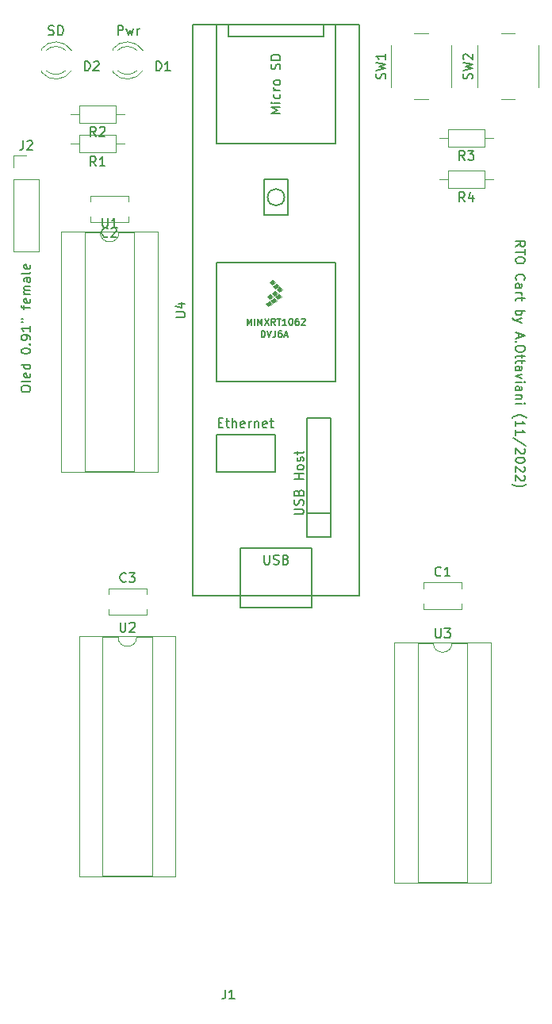
<source format=gto>
G04 #@! TF.GenerationSoftware,KiCad,Pcbnew,(6.0.6)*
G04 #@! TF.CreationDate,2023-01-06T14:08:34+01:00*
G04 #@! TF.ProjectId,RTO_cart,52544f5f-6361-4727-942e-6b696361645f,rev?*
G04 #@! TF.SameCoordinates,Original*
G04 #@! TF.FileFunction,Legend,Top*
G04 #@! TF.FilePolarity,Positive*
%FSLAX46Y46*%
G04 Gerber Fmt 4.6, Leading zero omitted, Abs format (unit mm)*
G04 Created by KiCad (PCBNEW (6.0.6)) date 2023-01-06 14:08:34*
%MOMM*%
%LPD*%
G01*
G04 APERTURE LIST*
%ADD10C,0.150000*%
%ADD11C,0.120000*%
%ADD12C,0.100000*%
%ADD13C,1.400000*%
%ADD14O,1.400000X1.400000*%
%ADD15R,1.600000X1.600000*%
%ADD16C,1.600000*%
%ADD17R,1.300000X1.300000*%
%ADD18C,1.300000*%
%ADD19R,1.800000X1.800000*%
%ADD20C,1.800000*%
%ADD21C,2.000000*%
%ADD22R,1.700000X1.700000*%
%ADD23O,1.700000X1.700000*%
%ADD24O,1.600000X1.600000*%
%ADD25R,1.270000X8.840000*%
G04 APERTURE END LIST*
D10*
X93829285Y-79779761D02*
X93972142Y-79827380D01*
X94210238Y-79827380D01*
X94305476Y-79779761D01*
X94353095Y-79732142D01*
X94400714Y-79636904D01*
X94400714Y-79541666D01*
X94353095Y-79446428D01*
X94305476Y-79398809D01*
X94210238Y-79351190D01*
X94019761Y-79303571D01*
X93924523Y-79255952D01*
X93876904Y-79208333D01*
X93829285Y-79113095D01*
X93829285Y-79017857D01*
X93876904Y-78922619D01*
X93924523Y-78875000D01*
X94019761Y-78827380D01*
X94257857Y-78827380D01*
X94400714Y-78875000D01*
X94829285Y-79827380D02*
X94829285Y-78827380D01*
X95067380Y-78827380D01*
X95210238Y-78875000D01*
X95305476Y-78970238D01*
X95353095Y-79065476D01*
X95400714Y-79255952D01*
X95400714Y-79398809D01*
X95353095Y-79589285D01*
X95305476Y-79684523D01*
X95210238Y-79779761D01*
X95067380Y-79827380D01*
X94829285Y-79827380D01*
X143692619Y-102411190D02*
X144168809Y-102077857D01*
X143692619Y-101839761D02*
X144692619Y-101839761D01*
X144692619Y-102220714D01*
X144645000Y-102315952D01*
X144597380Y-102363571D01*
X144502142Y-102411190D01*
X144359285Y-102411190D01*
X144264047Y-102363571D01*
X144216428Y-102315952D01*
X144168809Y-102220714D01*
X144168809Y-101839761D01*
X144692619Y-102696904D02*
X144692619Y-103268333D01*
X143692619Y-102982619D02*
X144692619Y-102982619D01*
X144692619Y-103792142D02*
X144692619Y-103982619D01*
X144645000Y-104077857D01*
X144549761Y-104173095D01*
X144359285Y-104220714D01*
X144025952Y-104220714D01*
X143835476Y-104173095D01*
X143740238Y-104077857D01*
X143692619Y-103982619D01*
X143692619Y-103792142D01*
X143740238Y-103696904D01*
X143835476Y-103601666D01*
X144025952Y-103554047D01*
X144359285Y-103554047D01*
X144549761Y-103601666D01*
X144645000Y-103696904D01*
X144692619Y-103792142D01*
X143787857Y-105982619D02*
X143740238Y-105935000D01*
X143692619Y-105792142D01*
X143692619Y-105696904D01*
X143740238Y-105554047D01*
X143835476Y-105458809D01*
X143930714Y-105411190D01*
X144121190Y-105363571D01*
X144264047Y-105363571D01*
X144454523Y-105411190D01*
X144549761Y-105458809D01*
X144645000Y-105554047D01*
X144692619Y-105696904D01*
X144692619Y-105792142D01*
X144645000Y-105935000D01*
X144597380Y-105982619D01*
X143692619Y-106839761D02*
X144216428Y-106839761D01*
X144311666Y-106792142D01*
X144359285Y-106696904D01*
X144359285Y-106506428D01*
X144311666Y-106411190D01*
X143740238Y-106839761D02*
X143692619Y-106744523D01*
X143692619Y-106506428D01*
X143740238Y-106411190D01*
X143835476Y-106363571D01*
X143930714Y-106363571D01*
X144025952Y-106411190D01*
X144073571Y-106506428D01*
X144073571Y-106744523D01*
X144121190Y-106839761D01*
X143692619Y-107315952D02*
X144359285Y-107315952D01*
X144168809Y-107315952D02*
X144264047Y-107363571D01*
X144311666Y-107411190D01*
X144359285Y-107506428D01*
X144359285Y-107601666D01*
X144359285Y-107792142D02*
X144359285Y-108173095D01*
X144692619Y-107935000D02*
X143835476Y-107935000D01*
X143740238Y-107982619D01*
X143692619Y-108077857D01*
X143692619Y-108173095D01*
X143692619Y-109268333D02*
X144692619Y-109268333D01*
X144311666Y-109268333D02*
X144359285Y-109363571D01*
X144359285Y-109554047D01*
X144311666Y-109649285D01*
X144264047Y-109696904D01*
X144168809Y-109744523D01*
X143883095Y-109744523D01*
X143787857Y-109696904D01*
X143740238Y-109649285D01*
X143692619Y-109554047D01*
X143692619Y-109363571D01*
X143740238Y-109268333D01*
X144359285Y-110077857D02*
X143692619Y-110315952D01*
X144359285Y-110554047D02*
X143692619Y-110315952D01*
X143454523Y-110220714D01*
X143406904Y-110173095D01*
X143359285Y-110077857D01*
X143978333Y-111649285D02*
X143978333Y-112125476D01*
X143692619Y-111554047D02*
X144692619Y-111887380D01*
X143692619Y-112220714D01*
X143787857Y-112554047D02*
X143740238Y-112601666D01*
X143692619Y-112554047D01*
X143740238Y-112506428D01*
X143787857Y-112554047D01*
X143692619Y-112554047D01*
X144692619Y-113220714D02*
X144692619Y-113411190D01*
X144645000Y-113506428D01*
X144549761Y-113601666D01*
X144359285Y-113649285D01*
X144025952Y-113649285D01*
X143835476Y-113601666D01*
X143740238Y-113506428D01*
X143692619Y-113411190D01*
X143692619Y-113220714D01*
X143740238Y-113125476D01*
X143835476Y-113030238D01*
X144025952Y-112982619D01*
X144359285Y-112982619D01*
X144549761Y-113030238D01*
X144645000Y-113125476D01*
X144692619Y-113220714D01*
X144359285Y-113935000D02*
X144359285Y-114315952D01*
X144692619Y-114077857D02*
X143835476Y-114077857D01*
X143740238Y-114125476D01*
X143692619Y-114220714D01*
X143692619Y-114315952D01*
X144359285Y-114506428D02*
X144359285Y-114887380D01*
X144692619Y-114649285D02*
X143835476Y-114649285D01*
X143740238Y-114696904D01*
X143692619Y-114792142D01*
X143692619Y-114887380D01*
X143692619Y-115649285D02*
X144216428Y-115649285D01*
X144311666Y-115601666D01*
X144359285Y-115506428D01*
X144359285Y-115315952D01*
X144311666Y-115220714D01*
X143740238Y-115649285D02*
X143692619Y-115554047D01*
X143692619Y-115315952D01*
X143740238Y-115220714D01*
X143835476Y-115173095D01*
X143930714Y-115173095D01*
X144025952Y-115220714D01*
X144073571Y-115315952D01*
X144073571Y-115554047D01*
X144121190Y-115649285D01*
X144359285Y-116030238D02*
X143692619Y-116268333D01*
X144359285Y-116506428D01*
X143692619Y-116887380D02*
X144359285Y-116887380D01*
X144692619Y-116887380D02*
X144645000Y-116839761D01*
X144597380Y-116887380D01*
X144645000Y-116935000D01*
X144692619Y-116887380D01*
X144597380Y-116887380D01*
X143692619Y-117792142D02*
X144216428Y-117792142D01*
X144311666Y-117744523D01*
X144359285Y-117649285D01*
X144359285Y-117458809D01*
X144311666Y-117363571D01*
X143740238Y-117792142D02*
X143692619Y-117696904D01*
X143692619Y-117458809D01*
X143740238Y-117363571D01*
X143835476Y-117315952D01*
X143930714Y-117315952D01*
X144025952Y-117363571D01*
X144073571Y-117458809D01*
X144073571Y-117696904D01*
X144121190Y-117792142D01*
X144359285Y-118268333D02*
X143692619Y-118268333D01*
X144264047Y-118268333D02*
X144311666Y-118315952D01*
X144359285Y-118411190D01*
X144359285Y-118554047D01*
X144311666Y-118649285D01*
X144216428Y-118696904D01*
X143692619Y-118696904D01*
X143692619Y-119173095D02*
X144359285Y-119173095D01*
X144692619Y-119173095D02*
X144645000Y-119125476D01*
X144597380Y-119173095D01*
X144645000Y-119220714D01*
X144692619Y-119173095D01*
X144597380Y-119173095D01*
X143311666Y-120696904D02*
X143359285Y-120649285D01*
X143502142Y-120554047D01*
X143597380Y-120506428D01*
X143740238Y-120458809D01*
X143978333Y-120411190D01*
X144168809Y-120411190D01*
X144406904Y-120458809D01*
X144549761Y-120506428D01*
X144645000Y-120554047D01*
X144787857Y-120649285D01*
X144835476Y-120696904D01*
X143692619Y-121601666D02*
X143692619Y-121030238D01*
X143692619Y-121315952D02*
X144692619Y-121315952D01*
X144549761Y-121220714D01*
X144454523Y-121125476D01*
X144406904Y-121030238D01*
X143692619Y-122554047D02*
X143692619Y-121982619D01*
X143692619Y-122268333D02*
X144692619Y-122268333D01*
X144549761Y-122173095D01*
X144454523Y-122077857D01*
X144406904Y-121982619D01*
X144740238Y-123696904D02*
X143454523Y-122839761D01*
X144597380Y-123982619D02*
X144645000Y-124030238D01*
X144692619Y-124125476D01*
X144692619Y-124363571D01*
X144645000Y-124458809D01*
X144597380Y-124506428D01*
X144502142Y-124554047D01*
X144406904Y-124554047D01*
X144264047Y-124506428D01*
X143692619Y-123935000D01*
X143692619Y-124554047D01*
X144692619Y-125173095D02*
X144692619Y-125268333D01*
X144645000Y-125363571D01*
X144597380Y-125411190D01*
X144502142Y-125458809D01*
X144311666Y-125506428D01*
X144073571Y-125506428D01*
X143883095Y-125458809D01*
X143787857Y-125411190D01*
X143740238Y-125363571D01*
X143692619Y-125268333D01*
X143692619Y-125173095D01*
X143740238Y-125077857D01*
X143787857Y-125030238D01*
X143883095Y-124982619D01*
X144073571Y-124935000D01*
X144311666Y-124935000D01*
X144502142Y-124982619D01*
X144597380Y-125030238D01*
X144645000Y-125077857D01*
X144692619Y-125173095D01*
X144597380Y-125887380D02*
X144645000Y-125935000D01*
X144692619Y-126030238D01*
X144692619Y-126268333D01*
X144645000Y-126363571D01*
X144597380Y-126411190D01*
X144502142Y-126458809D01*
X144406904Y-126458809D01*
X144264047Y-126411190D01*
X143692619Y-125839761D01*
X143692619Y-126458809D01*
X144597380Y-126839761D02*
X144645000Y-126887380D01*
X144692619Y-126982619D01*
X144692619Y-127220714D01*
X144645000Y-127315952D01*
X144597380Y-127363571D01*
X144502142Y-127411190D01*
X144406904Y-127411190D01*
X144264047Y-127363571D01*
X143692619Y-126792142D01*
X143692619Y-127411190D01*
X143311666Y-127744523D02*
X143359285Y-127792142D01*
X143502142Y-127887380D01*
X143597380Y-127935000D01*
X143740238Y-127982619D01*
X143978333Y-128030238D01*
X144168809Y-128030238D01*
X144406904Y-127982619D01*
X144549761Y-127935000D01*
X144645000Y-127887380D01*
X144787857Y-127792142D01*
X144835476Y-127744523D01*
X101231248Y-79827380D02*
X101231248Y-78827380D01*
X101612201Y-78827380D01*
X101707439Y-78875000D01*
X101755058Y-78922619D01*
X101802677Y-79017857D01*
X101802677Y-79160714D01*
X101755058Y-79255952D01*
X101707439Y-79303571D01*
X101612201Y-79351190D01*
X101231248Y-79351190D01*
X102136010Y-79160714D02*
X102326487Y-79827380D01*
X102516963Y-79351190D01*
X102707439Y-79827380D01*
X102897915Y-79160714D01*
X103278867Y-79827380D02*
X103278867Y-79160714D01*
X103278867Y-79351190D02*
X103326487Y-79255952D01*
X103374106Y-79208333D01*
X103469344Y-79160714D01*
X103564582Y-79160714D01*
X98893333Y-93812380D02*
X98560000Y-93336190D01*
X98321904Y-93812380D02*
X98321904Y-92812380D01*
X98702857Y-92812380D01*
X98798095Y-92860000D01*
X98845714Y-92907619D01*
X98893333Y-93002857D01*
X98893333Y-93145714D01*
X98845714Y-93240952D01*
X98798095Y-93288571D01*
X98702857Y-93336190D01*
X98321904Y-93336190D01*
X99845714Y-93812380D02*
X99274285Y-93812380D01*
X99560000Y-93812380D02*
X99560000Y-92812380D01*
X99464761Y-92955238D01*
X99369523Y-93050476D01*
X99274285Y-93098095D01*
X107402380Y-109981904D02*
X108211904Y-109981904D01*
X108307142Y-109934285D01*
X108354761Y-109886666D01*
X108402380Y-109791428D01*
X108402380Y-109600952D01*
X108354761Y-109505714D01*
X108307142Y-109458095D01*
X108211904Y-109410476D01*
X107402380Y-109410476D01*
X107735714Y-108505714D02*
X108402380Y-108505714D01*
X107354761Y-108743809D02*
X108069047Y-108981904D01*
X108069047Y-108362857D01*
X115026666Y-110806666D02*
X115026666Y-110106666D01*
X115260000Y-110606666D01*
X115493333Y-110106666D01*
X115493333Y-110806666D01*
X115826666Y-110806666D02*
X115826666Y-110106666D01*
X116160000Y-110806666D02*
X116160000Y-110106666D01*
X116393333Y-110606666D01*
X116626666Y-110106666D01*
X116626666Y-110806666D01*
X116893333Y-110106666D02*
X117360000Y-110806666D01*
X117360000Y-110106666D02*
X116893333Y-110806666D01*
X118026666Y-110806666D02*
X117793333Y-110473333D01*
X117626666Y-110806666D02*
X117626666Y-110106666D01*
X117893333Y-110106666D01*
X117960000Y-110140000D01*
X117993333Y-110173333D01*
X118026666Y-110240000D01*
X118026666Y-110340000D01*
X117993333Y-110406666D01*
X117960000Y-110440000D01*
X117893333Y-110473333D01*
X117626666Y-110473333D01*
X118226666Y-110106666D02*
X118626666Y-110106666D01*
X118426666Y-110806666D02*
X118426666Y-110106666D01*
X119226666Y-110806666D02*
X118826666Y-110806666D01*
X119026666Y-110806666D02*
X119026666Y-110106666D01*
X118960000Y-110206666D01*
X118893333Y-110273333D01*
X118826666Y-110306666D01*
X119660000Y-110106666D02*
X119726666Y-110106666D01*
X119793333Y-110140000D01*
X119826666Y-110173333D01*
X119860000Y-110240000D01*
X119893333Y-110373333D01*
X119893333Y-110540000D01*
X119860000Y-110673333D01*
X119826666Y-110740000D01*
X119793333Y-110773333D01*
X119726666Y-110806666D01*
X119660000Y-110806666D01*
X119593333Y-110773333D01*
X119560000Y-110740000D01*
X119526666Y-110673333D01*
X119493333Y-110540000D01*
X119493333Y-110373333D01*
X119526666Y-110240000D01*
X119560000Y-110173333D01*
X119593333Y-110140000D01*
X119660000Y-110106666D01*
X120493333Y-110106666D02*
X120360000Y-110106666D01*
X120293333Y-110140000D01*
X120260000Y-110173333D01*
X120193333Y-110273333D01*
X120160000Y-110406666D01*
X120160000Y-110673333D01*
X120193333Y-110740000D01*
X120226666Y-110773333D01*
X120293333Y-110806666D01*
X120426666Y-110806666D01*
X120493333Y-110773333D01*
X120526666Y-110740000D01*
X120560000Y-110673333D01*
X120560000Y-110506666D01*
X120526666Y-110440000D01*
X120493333Y-110406666D01*
X120426666Y-110373333D01*
X120293333Y-110373333D01*
X120226666Y-110406666D01*
X120193333Y-110440000D01*
X120160000Y-110506666D01*
X120826666Y-110173333D02*
X120860000Y-110140000D01*
X120926666Y-110106666D01*
X121093333Y-110106666D01*
X121160000Y-110140000D01*
X121193333Y-110173333D01*
X121226666Y-110240000D01*
X121226666Y-110306666D01*
X121193333Y-110406666D01*
X120793333Y-110806666D01*
X121226666Y-110806666D01*
X118562380Y-88209047D02*
X117562380Y-88209047D01*
X118276666Y-87875714D01*
X117562380Y-87542380D01*
X118562380Y-87542380D01*
X118562380Y-87066190D02*
X117895714Y-87066190D01*
X117562380Y-87066190D02*
X117610000Y-87113809D01*
X117657619Y-87066190D01*
X117610000Y-87018571D01*
X117562380Y-87066190D01*
X117657619Y-87066190D01*
X118514761Y-86161428D02*
X118562380Y-86256666D01*
X118562380Y-86447142D01*
X118514761Y-86542380D01*
X118467142Y-86590000D01*
X118371904Y-86637619D01*
X118086190Y-86637619D01*
X117990952Y-86590000D01*
X117943333Y-86542380D01*
X117895714Y-86447142D01*
X117895714Y-86256666D01*
X117943333Y-86161428D01*
X118562380Y-85732857D02*
X117895714Y-85732857D01*
X118086190Y-85732857D02*
X117990952Y-85685238D01*
X117943333Y-85637619D01*
X117895714Y-85542380D01*
X117895714Y-85447142D01*
X118562380Y-84970952D02*
X118514761Y-85066190D01*
X118467142Y-85113809D01*
X118371904Y-85161428D01*
X118086190Y-85161428D01*
X117990952Y-85113809D01*
X117943333Y-85066190D01*
X117895714Y-84970952D01*
X117895714Y-84828095D01*
X117943333Y-84732857D01*
X117990952Y-84685238D01*
X118086190Y-84637619D01*
X118371904Y-84637619D01*
X118467142Y-84685238D01*
X118514761Y-84732857D01*
X118562380Y-84828095D01*
X118562380Y-84970952D01*
X118514761Y-83494761D02*
X118562380Y-83351904D01*
X118562380Y-83113809D01*
X118514761Y-83018571D01*
X118467142Y-82970952D01*
X118371904Y-82923333D01*
X118276666Y-82923333D01*
X118181428Y-82970952D01*
X118133809Y-83018571D01*
X118086190Y-83113809D01*
X118038571Y-83304285D01*
X117990952Y-83399523D01*
X117943333Y-83447142D01*
X117848095Y-83494761D01*
X117752857Y-83494761D01*
X117657619Y-83447142D01*
X117610000Y-83399523D01*
X117562380Y-83304285D01*
X117562380Y-83066190D01*
X117610000Y-82923333D01*
X118562380Y-82494761D02*
X117562380Y-82494761D01*
X117562380Y-82256666D01*
X117610000Y-82113809D01*
X117705238Y-82018571D01*
X117800476Y-81970952D01*
X117990952Y-81923333D01*
X118133809Y-81923333D01*
X118324285Y-81970952D01*
X118419523Y-82018571D01*
X118514761Y-82113809D01*
X118562380Y-82256666D01*
X118562380Y-82494761D01*
X116848095Y-135342380D02*
X116848095Y-136151904D01*
X116895714Y-136247142D01*
X116943333Y-136294761D01*
X117038571Y-136342380D01*
X117229047Y-136342380D01*
X117324285Y-136294761D01*
X117371904Y-136247142D01*
X117419523Y-136151904D01*
X117419523Y-135342380D01*
X117848095Y-136294761D02*
X117990952Y-136342380D01*
X118229047Y-136342380D01*
X118324285Y-136294761D01*
X118371904Y-136247142D01*
X118419523Y-136151904D01*
X118419523Y-136056666D01*
X118371904Y-135961428D01*
X118324285Y-135913809D01*
X118229047Y-135866190D01*
X118038571Y-135818571D01*
X117943333Y-135770952D01*
X117895714Y-135723333D01*
X117848095Y-135628095D01*
X117848095Y-135532857D01*
X117895714Y-135437619D01*
X117943333Y-135390000D01*
X118038571Y-135342380D01*
X118276666Y-135342380D01*
X118419523Y-135390000D01*
X119181428Y-135818571D02*
X119324285Y-135866190D01*
X119371904Y-135913809D01*
X119419523Y-136009047D01*
X119419523Y-136151904D01*
X119371904Y-136247142D01*
X119324285Y-136294761D01*
X119229047Y-136342380D01*
X118848095Y-136342380D01*
X118848095Y-135342380D01*
X119181428Y-135342380D01*
X119276666Y-135390000D01*
X119324285Y-135437619D01*
X119371904Y-135532857D01*
X119371904Y-135628095D01*
X119324285Y-135723333D01*
X119276666Y-135770952D01*
X119181428Y-135818571D01*
X118848095Y-135818571D01*
X111976257Y-121213571D02*
X112309590Y-121213571D01*
X112452447Y-121737380D02*
X111976257Y-121737380D01*
X111976257Y-120737380D01*
X112452447Y-120737380D01*
X112738161Y-121070714D02*
X113119114Y-121070714D01*
X112881019Y-120737380D02*
X112881019Y-121594523D01*
X112928638Y-121689761D01*
X113023876Y-121737380D01*
X113119114Y-121737380D01*
X113452447Y-121737380D02*
X113452447Y-120737380D01*
X113881019Y-121737380D02*
X113881019Y-121213571D01*
X113833400Y-121118333D01*
X113738161Y-121070714D01*
X113595304Y-121070714D01*
X113500066Y-121118333D01*
X113452447Y-121165952D01*
X114738161Y-121689761D02*
X114642923Y-121737380D01*
X114452447Y-121737380D01*
X114357209Y-121689761D01*
X114309590Y-121594523D01*
X114309590Y-121213571D01*
X114357209Y-121118333D01*
X114452447Y-121070714D01*
X114642923Y-121070714D01*
X114738161Y-121118333D01*
X114785780Y-121213571D01*
X114785780Y-121308809D01*
X114309590Y-121404047D01*
X115214352Y-121737380D02*
X115214352Y-121070714D01*
X115214352Y-121261190D02*
X115261971Y-121165952D01*
X115309590Y-121118333D01*
X115404828Y-121070714D01*
X115500066Y-121070714D01*
X115833400Y-121070714D02*
X115833400Y-121737380D01*
X115833400Y-121165952D02*
X115881019Y-121118333D01*
X115976257Y-121070714D01*
X116119114Y-121070714D01*
X116214352Y-121118333D01*
X116261971Y-121213571D01*
X116261971Y-121737380D01*
X117119114Y-121689761D02*
X117023876Y-121737380D01*
X116833400Y-121737380D01*
X116738161Y-121689761D01*
X116690542Y-121594523D01*
X116690542Y-121213571D01*
X116738161Y-121118333D01*
X116833400Y-121070714D01*
X117023876Y-121070714D01*
X117119114Y-121118333D01*
X117166733Y-121213571D01*
X117166733Y-121308809D01*
X116690542Y-121404047D01*
X117452447Y-121070714D02*
X117833400Y-121070714D01*
X117595304Y-120737380D02*
X117595304Y-121594523D01*
X117642923Y-121689761D01*
X117738161Y-121737380D01*
X117833400Y-121737380D01*
X120051580Y-130995323D02*
X120861104Y-130995323D01*
X120956342Y-130947704D01*
X121003961Y-130900085D01*
X121051580Y-130804847D01*
X121051580Y-130614371D01*
X121003961Y-130519133D01*
X120956342Y-130471514D01*
X120861104Y-130423895D01*
X120051580Y-130423895D01*
X121003961Y-129995323D02*
X121051580Y-129852466D01*
X121051580Y-129614371D01*
X121003961Y-129519133D01*
X120956342Y-129471514D01*
X120861104Y-129423895D01*
X120765866Y-129423895D01*
X120670628Y-129471514D01*
X120623009Y-129519133D01*
X120575390Y-129614371D01*
X120527771Y-129804847D01*
X120480152Y-129900085D01*
X120432533Y-129947704D01*
X120337295Y-129995323D01*
X120242057Y-129995323D01*
X120146819Y-129947704D01*
X120099200Y-129900085D01*
X120051580Y-129804847D01*
X120051580Y-129566752D01*
X120099200Y-129423895D01*
X120527771Y-128661990D02*
X120575390Y-128519133D01*
X120623009Y-128471514D01*
X120718247Y-128423895D01*
X120861104Y-128423895D01*
X120956342Y-128471514D01*
X121003961Y-128519133D01*
X121051580Y-128614371D01*
X121051580Y-128995323D01*
X120051580Y-128995323D01*
X120051580Y-128661990D01*
X120099200Y-128566752D01*
X120146819Y-128519133D01*
X120242057Y-128471514D01*
X120337295Y-128471514D01*
X120432533Y-128519133D01*
X120480152Y-128566752D01*
X120527771Y-128661990D01*
X120527771Y-128995323D01*
X121051580Y-127233419D02*
X120051580Y-127233419D01*
X120527771Y-127233419D02*
X120527771Y-126661990D01*
X121051580Y-126661990D02*
X120051580Y-126661990D01*
X121051580Y-126042942D02*
X121003961Y-126138180D01*
X120956342Y-126185800D01*
X120861104Y-126233419D01*
X120575390Y-126233419D01*
X120480152Y-126185800D01*
X120432533Y-126138180D01*
X120384914Y-126042942D01*
X120384914Y-125900085D01*
X120432533Y-125804847D01*
X120480152Y-125757228D01*
X120575390Y-125709609D01*
X120861104Y-125709609D01*
X120956342Y-125757228D01*
X121003961Y-125804847D01*
X121051580Y-125900085D01*
X121051580Y-126042942D01*
X121003961Y-125328657D02*
X121051580Y-125233419D01*
X121051580Y-125042942D01*
X121003961Y-124947704D01*
X120908723Y-124900085D01*
X120861104Y-124900085D01*
X120765866Y-124947704D01*
X120718247Y-125042942D01*
X120718247Y-125185800D01*
X120670628Y-125281038D01*
X120575390Y-125328657D01*
X120527771Y-125328657D01*
X120432533Y-125281038D01*
X120384914Y-125185800D01*
X120384914Y-125042942D01*
X120432533Y-124947704D01*
X120384914Y-124614371D02*
X120384914Y-124233419D01*
X120051580Y-124471514D02*
X120908723Y-124471514D01*
X121003961Y-124423895D01*
X121051580Y-124328657D01*
X121051580Y-124233419D01*
X116546666Y-112076666D02*
X116546666Y-111376666D01*
X116713333Y-111376666D01*
X116813333Y-111410000D01*
X116880000Y-111476666D01*
X116913333Y-111543333D01*
X116946666Y-111676666D01*
X116946666Y-111776666D01*
X116913333Y-111910000D01*
X116880000Y-111976666D01*
X116813333Y-112043333D01*
X116713333Y-112076666D01*
X116546666Y-112076666D01*
X117146666Y-111376666D02*
X117380000Y-112076666D01*
X117613333Y-111376666D01*
X118046666Y-111376666D02*
X118046666Y-111876666D01*
X118013333Y-111976666D01*
X117946666Y-112043333D01*
X117846666Y-112076666D01*
X117780000Y-112076666D01*
X118680000Y-111376666D02*
X118546666Y-111376666D01*
X118480000Y-111410000D01*
X118446666Y-111443333D01*
X118380000Y-111543333D01*
X118346666Y-111676666D01*
X118346666Y-111943333D01*
X118380000Y-112010000D01*
X118413333Y-112043333D01*
X118480000Y-112076666D01*
X118613333Y-112076666D01*
X118680000Y-112043333D01*
X118713333Y-112010000D01*
X118746666Y-111943333D01*
X118746666Y-111776666D01*
X118713333Y-111710000D01*
X118680000Y-111676666D01*
X118613333Y-111643333D01*
X118480000Y-111643333D01*
X118413333Y-111676666D01*
X118380000Y-111710000D01*
X118346666Y-111776666D01*
X119013333Y-111876666D02*
X119346666Y-111876666D01*
X118946666Y-112076666D02*
X119180000Y-111376666D01*
X119413333Y-112076666D01*
X97686904Y-83637380D02*
X97686904Y-82637380D01*
X97925000Y-82637380D01*
X98067857Y-82685000D01*
X98163095Y-82780238D01*
X98210714Y-82875476D01*
X98258333Y-83065952D01*
X98258333Y-83208809D01*
X98210714Y-83399285D01*
X98163095Y-83494523D01*
X98067857Y-83589761D01*
X97925000Y-83637380D01*
X97686904Y-83637380D01*
X98639285Y-82732619D02*
X98686904Y-82685000D01*
X98782142Y-82637380D01*
X99020238Y-82637380D01*
X99115476Y-82685000D01*
X99163095Y-82732619D01*
X99210714Y-82827857D01*
X99210714Y-82923095D01*
X99163095Y-83065952D01*
X98591666Y-83637380D01*
X99210714Y-83637380D01*
X129764761Y-84518333D02*
X129812380Y-84375476D01*
X129812380Y-84137380D01*
X129764761Y-84042142D01*
X129717142Y-83994523D01*
X129621904Y-83946904D01*
X129526666Y-83946904D01*
X129431428Y-83994523D01*
X129383809Y-84042142D01*
X129336190Y-84137380D01*
X129288571Y-84327857D01*
X129240952Y-84423095D01*
X129193333Y-84470714D01*
X129098095Y-84518333D01*
X129002857Y-84518333D01*
X128907619Y-84470714D01*
X128860000Y-84423095D01*
X128812380Y-84327857D01*
X128812380Y-84089761D01*
X128860000Y-83946904D01*
X128812380Y-83613571D02*
X129812380Y-83375476D01*
X129098095Y-83185000D01*
X129812380Y-82994523D01*
X128812380Y-82756428D01*
X129812380Y-81851666D02*
X129812380Y-82423095D01*
X129812380Y-82137380D02*
X128812380Y-82137380D01*
X128955238Y-82232619D01*
X129050476Y-82327857D01*
X129098095Y-82423095D01*
X138263333Y-93177380D02*
X137930000Y-92701190D01*
X137691904Y-93177380D02*
X137691904Y-92177380D01*
X138072857Y-92177380D01*
X138168095Y-92225000D01*
X138215714Y-92272619D01*
X138263333Y-92367857D01*
X138263333Y-92510714D01*
X138215714Y-92605952D01*
X138168095Y-92653571D01*
X138072857Y-92701190D01*
X137691904Y-92701190D01*
X138596666Y-92177380D02*
X139215714Y-92177380D01*
X138882380Y-92558333D01*
X139025238Y-92558333D01*
X139120476Y-92605952D01*
X139168095Y-92653571D01*
X139215714Y-92748809D01*
X139215714Y-92986904D01*
X139168095Y-93082142D01*
X139120476Y-93129761D01*
X139025238Y-93177380D01*
X138739523Y-93177380D01*
X138644285Y-93129761D01*
X138596666Y-93082142D01*
X139029761Y-84518333D02*
X139077380Y-84375476D01*
X139077380Y-84137380D01*
X139029761Y-84042142D01*
X138982142Y-83994523D01*
X138886904Y-83946904D01*
X138791666Y-83946904D01*
X138696428Y-83994523D01*
X138648809Y-84042142D01*
X138601190Y-84137380D01*
X138553571Y-84327857D01*
X138505952Y-84423095D01*
X138458333Y-84470714D01*
X138363095Y-84518333D01*
X138267857Y-84518333D01*
X138172619Y-84470714D01*
X138125000Y-84423095D01*
X138077380Y-84327857D01*
X138077380Y-84089761D01*
X138125000Y-83946904D01*
X138077380Y-83613571D02*
X139077380Y-83375476D01*
X138363095Y-83185000D01*
X139077380Y-82994523D01*
X138077380Y-82756428D01*
X138172619Y-82423095D02*
X138125000Y-82375476D01*
X138077380Y-82280238D01*
X138077380Y-82042142D01*
X138125000Y-81946904D01*
X138172619Y-81899285D01*
X138267857Y-81851666D01*
X138363095Y-81851666D01*
X138505952Y-81899285D01*
X139077380Y-82470714D01*
X139077380Y-81851666D01*
X91106666Y-91112380D02*
X91106666Y-91826666D01*
X91059047Y-91969523D01*
X90963809Y-92064761D01*
X90820952Y-92112380D01*
X90725714Y-92112380D01*
X91535238Y-91207619D02*
X91582857Y-91160000D01*
X91678095Y-91112380D01*
X91916190Y-91112380D01*
X92011428Y-91160000D01*
X92059047Y-91207619D01*
X92106666Y-91302857D01*
X92106666Y-91398095D01*
X92059047Y-91540952D01*
X91487619Y-92112380D01*
X92106666Y-92112380D01*
X90892380Y-117696428D02*
X90892380Y-117505952D01*
X90940000Y-117410714D01*
X91035238Y-117315476D01*
X91225714Y-117267857D01*
X91559047Y-117267857D01*
X91749523Y-117315476D01*
X91844761Y-117410714D01*
X91892380Y-117505952D01*
X91892380Y-117696428D01*
X91844761Y-117791666D01*
X91749523Y-117886904D01*
X91559047Y-117934523D01*
X91225714Y-117934523D01*
X91035238Y-117886904D01*
X90940000Y-117791666D01*
X90892380Y-117696428D01*
X91892380Y-116696428D02*
X91844761Y-116791666D01*
X91749523Y-116839285D01*
X90892380Y-116839285D01*
X91844761Y-115934523D02*
X91892380Y-116029761D01*
X91892380Y-116220238D01*
X91844761Y-116315476D01*
X91749523Y-116363095D01*
X91368571Y-116363095D01*
X91273333Y-116315476D01*
X91225714Y-116220238D01*
X91225714Y-116029761D01*
X91273333Y-115934523D01*
X91368571Y-115886904D01*
X91463809Y-115886904D01*
X91559047Y-116363095D01*
X91892380Y-115029761D02*
X90892380Y-115029761D01*
X91844761Y-115029761D02*
X91892380Y-115125000D01*
X91892380Y-115315476D01*
X91844761Y-115410714D01*
X91797142Y-115458333D01*
X91701904Y-115505952D01*
X91416190Y-115505952D01*
X91320952Y-115458333D01*
X91273333Y-115410714D01*
X91225714Y-115315476D01*
X91225714Y-115125000D01*
X91273333Y-115029761D01*
X90892380Y-113601190D02*
X90892380Y-113505952D01*
X90940000Y-113410714D01*
X90987619Y-113363095D01*
X91082857Y-113315476D01*
X91273333Y-113267857D01*
X91511428Y-113267857D01*
X91701904Y-113315476D01*
X91797142Y-113363095D01*
X91844761Y-113410714D01*
X91892380Y-113505952D01*
X91892380Y-113601190D01*
X91844761Y-113696428D01*
X91797142Y-113744047D01*
X91701904Y-113791666D01*
X91511428Y-113839285D01*
X91273333Y-113839285D01*
X91082857Y-113791666D01*
X90987619Y-113744047D01*
X90940000Y-113696428D01*
X90892380Y-113601190D01*
X91797142Y-112839285D02*
X91844761Y-112791666D01*
X91892380Y-112839285D01*
X91844761Y-112886904D01*
X91797142Y-112839285D01*
X91892380Y-112839285D01*
X91892380Y-112315476D02*
X91892380Y-112125000D01*
X91844761Y-112029761D01*
X91797142Y-111982142D01*
X91654285Y-111886904D01*
X91463809Y-111839285D01*
X91082857Y-111839285D01*
X90987619Y-111886904D01*
X90940000Y-111934523D01*
X90892380Y-112029761D01*
X90892380Y-112220238D01*
X90940000Y-112315476D01*
X90987619Y-112363095D01*
X91082857Y-112410714D01*
X91320952Y-112410714D01*
X91416190Y-112363095D01*
X91463809Y-112315476D01*
X91511428Y-112220238D01*
X91511428Y-112029761D01*
X91463809Y-111934523D01*
X91416190Y-111886904D01*
X91320952Y-111839285D01*
X91892380Y-110886904D02*
X91892380Y-111458333D01*
X91892380Y-111172619D02*
X90892380Y-111172619D01*
X91035238Y-111267857D01*
X91130476Y-111363095D01*
X91178095Y-111458333D01*
X90892380Y-110505952D02*
X91082857Y-110505952D01*
X90892380Y-110125000D02*
X91082857Y-110125000D01*
X91225714Y-109077380D02*
X91225714Y-108696428D01*
X91892380Y-108934523D02*
X91035238Y-108934523D01*
X90940000Y-108886904D01*
X90892380Y-108791666D01*
X90892380Y-108696428D01*
X91844761Y-107982142D02*
X91892380Y-108077380D01*
X91892380Y-108267857D01*
X91844761Y-108363095D01*
X91749523Y-108410714D01*
X91368571Y-108410714D01*
X91273333Y-108363095D01*
X91225714Y-108267857D01*
X91225714Y-108077380D01*
X91273333Y-107982142D01*
X91368571Y-107934523D01*
X91463809Y-107934523D01*
X91559047Y-108410714D01*
X91892380Y-107505952D02*
X91225714Y-107505952D01*
X91320952Y-107505952D02*
X91273333Y-107458333D01*
X91225714Y-107363095D01*
X91225714Y-107220238D01*
X91273333Y-107125000D01*
X91368571Y-107077380D01*
X91892380Y-107077380D01*
X91368571Y-107077380D02*
X91273333Y-107029761D01*
X91225714Y-106934523D01*
X91225714Y-106791666D01*
X91273333Y-106696428D01*
X91368571Y-106648809D01*
X91892380Y-106648809D01*
X91892380Y-105744047D02*
X91368571Y-105744047D01*
X91273333Y-105791666D01*
X91225714Y-105886904D01*
X91225714Y-106077380D01*
X91273333Y-106172619D01*
X91844761Y-105744047D02*
X91892380Y-105839285D01*
X91892380Y-106077380D01*
X91844761Y-106172619D01*
X91749523Y-106220238D01*
X91654285Y-106220238D01*
X91559047Y-106172619D01*
X91511428Y-106077380D01*
X91511428Y-105839285D01*
X91463809Y-105744047D01*
X91892380Y-105125000D02*
X91844761Y-105220238D01*
X91749523Y-105267857D01*
X90892380Y-105267857D01*
X91844761Y-104363095D02*
X91892380Y-104458333D01*
X91892380Y-104648809D01*
X91844761Y-104744047D01*
X91749523Y-104791666D01*
X91368571Y-104791666D01*
X91273333Y-104744047D01*
X91225714Y-104648809D01*
X91225714Y-104458333D01*
X91273333Y-104363095D01*
X91368571Y-104315476D01*
X91463809Y-104315476D01*
X91559047Y-104791666D01*
X98893333Y-90637380D02*
X98560000Y-90161190D01*
X98321904Y-90637380D02*
X98321904Y-89637380D01*
X98702857Y-89637380D01*
X98798095Y-89685000D01*
X98845714Y-89732619D01*
X98893333Y-89827857D01*
X98893333Y-89970714D01*
X98845714Y-90065952D01*
X98798095Y-90113571D01*
X98702857Y-90161190D01*
X98321904Y-90161190D01*
X99274285Y-89732619D02*
X99321904Y-89685000D01*
X99417142Y-89637380D01*
X99655238Y-89637380D01*
X99750476Y-89685000D01*
X99798095Y-89732619D01*
X99845714Y-89827857D01*
X99845714Y-89923095D01*
X99798095Y-90065952D01*
X99226666Y-90637380D01*
X99845714Y-90637380D01*
X100143333Y-101332142D02*
X100095714Y-101379761D01*
X99952857Y-101427380D01*
X99857619Y-101427380D01*
X99714761Y-101379761D01*
X99619523Y-101284523D01*
X99571904Y-101189285D01*
X99524285Y-100998809D01*
X99524285Y-100855952D01*
X99571904Y-100665476D01*
X99619523Y-100570238D01*
X99714761Y-100475000D01*
X99857619Y-100427380D01*
X99952857Y-100427380D01*
X100095714Y-100475000D01*
X100143333Y-100522619D01*
X100524285Y-100522619D02*
X100571904Y-100475000D01*
X100667142Y-100427380D01*
X100905238Y-100427380D01*
X101000476Y-100475000D01*
X101048095Y-100522619D01*
X101095714Y-100617857D01*
X101095714Y-100713095D01*
X101048095Y-100855952D01*
X100476666Y-101427380D01*
X101095714Y-101427380D01*
X102088333Y-138142142D02*
X102040714Y-138189761D01*
X101897857Y-138237380D01*
X101802619Y-138237380D01*
X101659761Y-138189761D01*
X101564523Y-138094523D01*
X101516904Y-137999285D01*
X101469285Y-137808809D01*
X101469285Y-137665952D01*
X101516904Y-137475476D01*
X101564523Y-137380238D01*
X101659761Y-137285000D01*
X101802619Y-137237380D01*
X101897857Y-137237380D01*
X102040714Y-137285000D01*
X102088333Y-137332619D01*
X102421666Y-137237380D02*
X103040714Y-137237380D01*
X102707380Y-137618333D01*
X102850238Y-137618333D01*
X102945476Y-137665952D01*
X102993095Y-137713571D01*
X103040714Y-137808809D01*
X103040714Y-138046904D01*
X102993095Y-138142142D01*
X102945476Y-138189761D01*
X102850238Y-138237380D01*
X102564523Y-138237380D01*
X102469285Y-138189761D01*
X102421666Y-138142142D01*
X135138095Y-143177380D02*
X135138095Y-143986904D01*
X135185714Y-144082142D01*
X135233333Y-144129761D01*
X135328571Y-144177380D01*
X135519047Y-144177380D01*
X135614285Y-144129761D01*
X135661904Y-144082142D01*
X135709523Y-143986904D01*
X135709523Y-143177380D01*
X136090476Y-143177380D02*
X136709523Y-143177380D01*
X136376190Y-143558333D01*
X136519047Y-143558333D01*
X136614285Y-143605952D01*
X136661904Y-143653571D01*
X136709523Y-143748809D01*
X136709523Y-143986904D01*
X136661904Y-144082142D01*
X136614285Y-144129761D01*
X136519047Y-144177380D01*
X136233333Y-144177380D01*
X136138095Y-144129761D01*
X136090476Y-144082142D01*
X101483095Y-142542380D02*
X101483095Y-143351904D01*
X101530714Y-143447142D01*
X101578333Y-143494761D01*
X101673571Y-143542380D01*
X101864047Y-143542380D01*
X101959285Y-143494761D01*
X102006904Y-143447142D01*
X102054523Y-143351904D01*
X102054523Y-142542380D01*
X102483095Y-142637619D02*
X102530714Y-142590000D01*
X102625952Y-142542380D01*
X102864047Y-142542380D01*
X102959285Y-142590000D01*
X103006904Y-142637619D01*
X103054523Y-142732857D01*
X103054523Y-142828095D01*
X103006904Y-142970952D01*
X102435476Y-143542380D01*
X103054523Y-143542380D01*
X99578095Y-99362380D02*
X99578095Y-100171904D01*
X99625714Y-100267142D01*
X99673333Y-100314761D01*
X99768571Y-100362380D01*
X99959047Y-100362380D01*
X100054285Y-100314761D01*
X100101904Y-100267142D01*
X100149523Y-100171904D01*
X100149523Y-99362380D01*
X101149523Y-100362380D02*
X100578095Y-100362380D01*
X100863809Y-100362380D02*
X100863809Y-99362380D01*
X100768571Y-99505238D01*
X100673333Y-99600476D01*
X100578095Y-99648095D01*
X138263333Y-97622380D02*
X137930000Y-97146190D01*
X137691904Y-97622380D02*
X137691904Y-96622380D01*
X138072857Y-96622380D01*
X138168095Y-96670000D01*
X138215714Y-96717619D01*
X138263333Y-96812857D01*
X138263333Y-96955714D01*
X138215714Y-97050952D01*
X138168095Y-97098571D01*
X138072857Y-97146190D01*
X137691904Y-97146190D01*
X139120476Y-96955714D02*
X139120476Y-97622380D01*
X138882380Y-96574761D02*
X138644285Y-97289047D01*
X139263333Y-97289047D01*
X135723333Y-137507142D02*
X135675714Y-137554761D01*
X135532857Y-137602380D01*
X135437619Y-137602380D01*
X135294761Y-137554761D01*
X135199523Y-137459523D01*
X135151904Y-137364285D01*
X135104285Y-137173809D01*
X135104285Y-137030952D01*
X135151904Y-136840476D01*
X135199523Y-136745238D01*
X135294761Y-136650000D01*
X135437619Y-136602380D01*
X135532857Y-136602380D01*
X135675714Y-136650000D01*
X135723333Y-136697619D01*
X136675714Y-137602380D02*
X136104285Y-137602380D01*
X136390000Y-137602380D02*
X136390000Y-136602380D01*
X136294761Y-136745238D01*
X136199523Y-136840476D01*
X136104285Y-136888095D01*
X112696666Y-181722380D02*
X112696666Y-182436666D01*
X112649047Y-182579523D01*
X112553809Y-182674761D01*
X112410952Y-182722380D01*
X112315714Y-182722380D01*
X113696666Y-182722380D02*
X113125238Y-182722380D01*
X113410952Y-182722380D02*
X113410952Y-181722380D01*
X113315714Y-181865238D01*
X113220476Y-181960476D01*
X113125238Y-182008095D01*
X105306904Y-83637380D02*
X105306904Y-82637380D01*
X105545000Y-82637380D01*
X105687857Y-82685000D01*
X105783095Y-82780238D01*
X105830714Y-82875476D01*
X105878333Y-83065952D01*
X105878333Y-83208809D01*
X105830714Y-83399285D01*
X105783095Y-83494523D01*
X105687857Y-83589761D01*
X105545000Y-83637380D01*
X105306904Y-83637380D01*
X106830714Y-83637380D02*
X106259285Y-83637380D01*
X106545000Y-83637380D02*
X106545000Y-82637380D01*
X106449761Y-82780238D01*
X106354523Y-82875476D01*
X106259285Y-82923095D01*
D11*
X101930000Y-91440000D02*
X100980000Y-91440000D01*
X100980000Y-90520000D02*
X97140000Y-90520000D01*
X96190000Y-91440000D02*
X97140000Y-91440000D01*
X97140000Y-92360000D02*
X100980000Y-92360000D01*
X100980000Y-92360000D02*
X100980000Y-90520000D01*
X97140000Y-90520000D02*
X97140000Y-92360000D01*
D10*
X114300000Y-140970000D02*
X114300000Y-139700000D01*
X109220000Y-78740000D02*
X127000000Y-78740000D01*
X112008400Y-126470000D02*
X118008400Y-126470000D01*
X111760000Y-104140000D02*
X111760000Y-116840000D01*
X127000000Y-139700000D02*
X109220000Y-139700000D01*
X121920000Y-134620000D02*
X121920000Y-139700000D01*
X111760000Y-78740000D02*
X111760000Y-91440000D01*
X124460000Y-91440000D02*
X124460000Y-78740000D01*
X121920000Y-134620000D02*
X114300000Y-134620000D01*
X124460000Y-116840000D02*
X124460000Y-104140000D01*
X111760000Y-91440000D02*
X124460000Y-91440000D01*
X116840000Y-95250000D02*
X119380000Y-95250000D01*
X114300000Y-134620000D02*
X114300000Y-139700000D01*
X111760000Y-116840000D02*
X124460000Y-116840000D01*
X119380000Y-95250000D02*
X119380000Y-99060000D01*
X109220000Y-139700000D02*
X109220000Y-78740000D01*
X123949200Y-133400800D02*
X121409200Y-133400800D01*
X113030000Y-78740000D02*
X113030000Y-80010000D01*
X111758400Y-122470000D02*
X111758400Y-126470000D01*
X127000000Y-78740000D02*
X127000000Y-139700000D01*
X121409200Y-133400800D02*
X121409200Y-120700800D01*
X113030000Y-80010000D02*
X123190000Y-80010000D01*
X124460000Y-104140000D02*
X111760000Y-104140000D01*
X111758400Y-126470000D02*
X112008400Y-126470000D01*
X121409200Y-130860800D02*
X123949200Y-130860800D01*
X121409200Y-120700800D02*
X123949200Y-120700800D01*
X123190000Y-80010000D02*
X123190000Y-78740000D01*
X118008400Y-122470000D02*
X111758400Y-122470000D01*
X121920000Y-139700000D02*
X121920000Y-140970000D01*
X121920000Y-140970000D02*
X114300000Y-140970000D01*
X118008400Y-126470000D02*
X118008400Y-122470000D01*
X123949200Y-120700800D02*
X123949200Y-133400800D01*
X116840000Y-99060000D02*
X116840000Y-95250000D01*
X121409200Y-133400800D02*
X121409200Y-130860800D01*
X119380000Y-99060000D02*
X116840000Y-99060000D01*
X119008026Y-97155000D02*
G75*
G03*
X119008026Y-97155000I-898026J0D01*
G01*
G36*
X118692000Y-107801000D02*
G01*
X118311000Y-108055000D01*
X118057000Y-107801000D01*
X118438000Y-107547000D01*
X118692000Y-107801000D01*
G37*
D12*
X118692000Y-107801000D02*
X118311000Y-108055000D01*
X118057000Y-107801000D01*
X118438000Y-107547000D01*
X118692000Y-107801000D01*
G36*
X117803000Y-107801000D02*
G01*
X117422000Y-108055000D01*
X117168000Y-107801000D01*
X117549000Y-107547000D01*
X117803000Y-107801000D01*
G37*
X117803000Y-107801000D02*
X117422000Y-108055000D01*
X117168000Y-107801000D01*
X117549000Y-107547000D01*
X117803000Y-107801000D01*
G36*
X118057000Y-106277000D02*
G01*
X117676000Y-106531000D01*
X117422000Y-106277000D01*
X117803000Y-106023000D01*
X118057000Y-106277000D01*
G37*
X118057000Y-106277000D02*
X117676000Y-106531000D01*
X117422000Y-106277000D01*
X117803000Y-106023000D01*
X118057000Y-106277000D01*
G36*
X118311000Y-107420000D02*
G01*
X117930000Y-107674000D01*
X117676000Y-107420000D01*
X118057000Y-107166000D01*
X118311000Y-107420000D01*
G37*
X118311000Y-107420000D02*
X117930000Y-107674000D01*
X117676000Y-107420000D01*
X118057000Y-107166000D01*
X118311000Y-107420000D01*
G36*
X118438000Y-106658000D02*
G01*
X118057000Y-106912000D01*
X117803000Y-106658000D01*
X118184000Y-106404000D01*
X118438000Y-106658000D01*
G37*
X118438000Y-106658000D02*
X118057000Y-106912000D01*
X117803000Y-106658000D01*
X118184000Y-106404000D01*
X118438000Y-106658000D01*
G36*
X118184000Y-108182000D02*
G01*
X117803000Y-108436000D01*
X117549000Y-108182000D01*
X117930000Y-107928000D01*
X118184000Y-108182000D01*
G37*
X118184000Y-108182000D02*
X117803000Y-108436000D01*
X117549000Y-108182000D01*
X117930000Y-107928000D01*
X118184000Y-108182000D01*
G36*
X117676000Y-108563000D02*
G01*
X117295000Y-108817000D01*
X117041000Y-108563000D01*
X117422000Y-108309000D01*
X117676000Y-108563000D01*
G37*
X117676000Y-108563000D02*
X117295000Y-108817000D01*
X117041000Y-108563000D01*
X117422000Y-108309000D01*
X117676000Y-108563000D01*
G36*
X118819000Y-107039000D02*
G01*
X118438000Y-107293000D01*
X118184000Y-107039000D01*
X118565000Y-106785000D01*
X118819000Y-107039000D01*
G37*
X118819000Y-107039000D02*
X118438000Y-107293000D01*
X118184000Y-107039000D01*
X118565000Y-106785000D01*
X118819000Y-107039000D01*
D11*
X93050000Y-83630000D02*
X93050000Y-83786000D01*
X93050000Y-81314000D02*
X93050000Y-81470000D01*
X93050000Y-83785516D02*
G75*
G03*
X96282335Y-83628608I1560000J1235516D01*
G01*
X93569039Y-83630000D02*
G75*
G03*
X95651130Y-83629837I1040961J1080000D01*
G01*
X95651130Y-81470163D02*
G75*
G03*
X93569039Y-81470000I-1041130J-1079837D01*
G01*
X96282335Y-81471392D02*
G75*
G03*
X93050000Y-81314484I-1672335J-1078608D01*
G01*
X132860000Y-86685000D02*
X134360000Y-86685000D01*
X130360000Y-80935000D02*
X130360000Y-85435000D01*
X134360000Y-79685000D02*
X132860000Y-79685000D01*
X136860000Y-85435000D02*
X136860000Y-80935000D01*
X135560000Y-90805000D02*
X136510000Y-90805000D01*
X141300000Y-90805000D02*
X140350000Y-90805000D01*
X136510000Y-91725000D02*
X140350000Y-91725000D01*
X140350000Y-89885000D02*
X136510000Y-89885000D01*
X140350000Y-91725000D02*
X140350000Y-89885000D01*
X136510000Y-89885000D02*
X136510000Y-91725000D01*
X142125000Y-86685000D02*
X143625000Y-86685000D01*
X146125000Y-85435000D02*
X146125000Y-80935000D01*
X143625000Y-79685000D02*
X142125000Y-79685000D01*
X139625000Y-80935000D02*
X139625000Y-85435000D01*
X90110000Y-102940000D02*
X92770000Y-102940000D01*
X90110000Y-95260000D02*
X90110000Y-102940000D01*
X90110000Y-93990000D02*
X90110000Y-92660000D01*
X90110000Y-95260000D02*
X92770000Y-95260000D01*
X90110000Y-92660000D02*
X91440000Y-92660000D01*
X92770000Y-95260000D02*
X92770000Y-102940000D01*
X100980000Y-87345000D02*
X97140000Y-87345000D01*
X97140000Y-89185000D02*
X100980000Y-89185000D01*
X96190000Y-88265000D02*
X97140000Y-88265000D01*
X97140000Y-87345000D02*
X97140000Y-89185000D01*
X101930000Y-88265000D02*
X100980000Y-88265000D01*
X100980000Y-89185000D02*
X100980000Y-87345000D01*
X102330000Y-99845000D02*
X102330000Y-99220000D01*
X102330000Y-97005000D02*
X98290000Y-97005000D01*
X98290000Y-97630000D02*
X98290000Y-97005000D01*
X102330000Y-97630000D02*
X102330000Y-97005000D01*
X102330000Y-99845000D02*
X98290000Y-99845000D01*
X98290000Y-99845000D02*
X98290000Y-99220000D01*
X104275000Y-141130000D02*
X104275000Y-141755000D01*
X100235000Y-138915000D02*
X104275000Y-138915000D01*
X104275000Y-138915000D02*
X104275000Y-139540000D01*
X100235000Y-141755000D02*
X104275000Y-141755000D01*
X100235000Y-138915000D02*
X100235000Y-139540000D01*
X100235000Y-141130000D02*
X100235000Y-141755000D01*
X138550000Y-144725000D02*
X136900000Y-144725000D01*
X133250000Y-170245000D02*
X138550000Y-170245000D01*
X130760000Y-170305000D02*
X141040000Y-170305000D01*
X141040000Y-170305000D02*
X141040000Y-144665000D01*
X130760000Y-144665000D02*
X130760000Y-170305000D01*
X134900000Y-144725000D02*
X133250000Y-144725000D01*
X138550000Y-170245000D02*
X138550000Y-144725000D01*
X133250000Y-144725000D02*
X133250000Y-170245000D01*
X141040000Y-144665000D02*
X130760000Y-144665000D01*
X134900000Y-144725000D02*
G75*
G03*
X136900000Y-144725000I1000000J0D01*
G01*
X104895000Y-169610000D02*
X104895000Y-144090000D01*
X101245000Y-144090000D02*
X99595000Y-144090000D01*
X99595000Y-144090000D02*
X99595000Y-169610000D01*
X107385000Y-144030000D02*
X97105000Y-144030000D01*
X104895000Y-144090000D02*
X103245000Y-144090000D01*
X97105000Y-144030000D02*
X97105000Y-169670000D01*
X99595000Y-169610000D02*
X104895000Y-169610000D01*
X107385000Y-169670000D02*
X107385000Y-144030000D01*
X97105000Y-169670000D02*
X107385000Y-169670000D01*
X101245000Y-144090000D02*
G75*
G03*
X103245000Y-144090000I1000000J0D01*
G01*
X97690000Y-126430000D02*
X102990000Y-126430000D01*
X102990000Y-126430000D02*
X102990000Y-100910000D01*
X105480000Y-100850000D02*
X95200000Y-100850000D01*
X105480000Y-126490000D02*
X105480000Y-100850000D01*
X95200000Y-126490000D02*
X105480000Y-126490000D01*
X99340000Y-100910000D02*
X97690000Y-100910000D01*
X95200000Y-100850000D02*
X95200000Y-126490000D01*
X102990000Y-100910000D02*
X101340000Y-100910000D01*
X97690000Y-100910000D02*
X97690000Y-126430000D01*
X99340000Y-100910000D02*
G75*
G03*
X101340000Y-100910000I1000000J0D01*
G01*
X140350000Y-94330000D02*
X136510000Y-94330000D01*
X141300000Y-95250000D02*
X140350000Y-95250000D01*
X136510000Y-94330000D02*
X136510000Y-96170000D01*
X136510000Y-96170000D02*
X140350000Y-96170000D01*
X140350000Y-96170000D02*
X140350000Y-94330000D01*
X135560000Y-95250000D02*
X136510000Y-95250000D01*
X133870000Y-140495000D02*
X133870000Y-141120000D01*
X133870000Y-138280000D02*
X137910000Y-138280000D01*
X137910000Y-140495000D02*
X137910000Y-141120000D01*
X133870000Y-138280000D02*
X133870000Y-138905000D01*
X137910000Y-138280000D02*
X137910000Y-138905000D01*
X133870000Y-141120000D02*
X137910000Y-141120000D01*
X100670000Y-81314000D02*
X100670000Y-81470000D01*
X100670000Y-83630000D02*
X100670000Y-83786000D01*
X103271130Y-81470163D02*
G75*
G03*
X101189039Y-81470000I-1041130J-1079837D01*
G01*
X101189039Y-83630000D02*
G75*
G03*
X103271130Y-83629837I1040961J1080000D01*
G01*
X103902335Y-81471392D02*
G75*
G03*
X100670000Y-81314484I-1672335J-1078608D01*
G01*
X100670000Y-83785516D02*
G75*
G03*
X103902335Y-83628608I1560000J1235516D01*
G01*
%LPC*%
D13*
X102870000Y-91440000D03*
D14*
X95250000Y-91440000D03*
D15*
X125730000Y-138430000D03*
D16*
X125730000Y-135890000D03*
X125730000Y-133350000D03*
X125730000Y-130810000D03*
X125730000Y-128270000D03*
X125730000Y-125730000D03*
X125730000Y-123190000D03*
X125730000Y-120650000D03*
X125730000Y-118110000D03*
X125730000Y-115570000D03*
X125730000Y-113030000D03*
X125730000Y-110490000D03*
X125730000Y-107950000D03*
X125730000Y-105410000D03*
X125730000Y-102870000D03*
X125730000Y-100330000D03*
X125730000Y-97790000D03*
X125730000Y-95250000D03*
X125730000Y-92710000D03*
X125730000Y-90170000D03*
X125730000Y-87630000D03*
X125730000Y-85090000D03*
X125730000Y-82550000D03*
X125730000Y-80010000D03*
X110490000Y-80010000D03*
X110490000Y-82550000D03*
X110490000Y-85090000D03*
X110490000Y-87630000D03*
X110490000Y-90170000D03*
X110490000Y-92710000D03*
X110490000Y-95250000D03*
X110490000Y-97790000D03*
X110490000Y-100330000D03*
X110490000Y-102870000D03*
X110490000Y-105410000D03*
X110490000Y-107950000D03*
X110490000Y-110490000D03*
X110490000Y-113030000D03*
X110490000Y-115570000D03*
X110490000Y-118110000D03*
X110490000Y-120650000D03*
X110490000Y-123190000D03*
X110490000Y-125730000D03*
X110490000Y-128270000D03*
X110490000Y-130810000D03*
X110490000Y-133350000D03*
X110490000Y-135890000D03*
X110490000Y-138430000D03*
X113030000Y-135890000D03*
X123190000Y-92710000D03*
X120650000Y-92710000D03*
X118110000Y-92710000D03*
X115570000Y-92710000D03*
X113030000Y-92710000D03*
D15*
X122679200Y-132130800D03*
D16*
X122679200Y-129590800D03*
X122679200Y-127050800D03*
X122679200Y-124510800D03*
X122679200Y-121970800D03*
D17*
X112928400Y-125460000D03*
D18*
X114928400Y-125460000D03*
X116928400Y-125460000D03*
X116928400Y-123460000D03*
X114928400Y-123460000D03*
X112928400Y-123460000D03*
X116840000Y-137700000D03*
X119380000Y-137700000D03*
D19*
X93340000Y-82550000D03*
D20*
X95880000Y-82550000D03*
D21*
X131360000Y-79935000D03*
X131360000Y-86435000D03*
X135860000Y-86435000D03*
X135860000Y-79935000D03*
D13*
X142240000Y-90805000D03*
D14*
X134620000Y-90805000D03*
D21*
X140625000Y-79935000D03*
X140625000Y-86435000D03*
X145125000Y-79935000D03*
X145125000Y-86435000D03*
D22*
X91440000Y-93990000D03*
D23*
X91440000Y-96530000D03*
X91440000Y-99070000D03*
X91440000Y-101610000D03*
D13*
X102870000Y-88265000D03*
D14*
X95250000Y-88265000D03*
D16*
X101560000Y-98425000D03*
X99060000Y-98425000D03*
X101005000Y-140335000D03*
X103505000Y-140335000D03*
D15*
X132090000Y-146055000D03*
D24*
X132090000Y-148595000D03*
X132090000Y-151135000D03*
X132090000Y-153675000D03*
X132090000Y-156215000D03*
X132090000Y-158755000D03*
X132090000Y-161295000D03*
X132090000Y-163835000D03*
X132090000Y-166375000D03*
X132090000Y-168915000D03*
X139710000Y-168915000D03*
X139710000Y-166375000D03*
X139710000Y-163835000D03*
X139710000Y-161295000D03*
X139710000Y-158755000D03*
X139710000Y-156215000D03*
X139710000Y-153675000D03*
X139710000Y-151135000D03*
X139710000Y-148595000D03*
X139710000Y-146055000D03*
D15*
X98435000Y-145420000D03*
D24*
X98435000Y-147960000D03*
X98435000Y-150500000D03*
X98435000Y-153040000D03*
X98435000Y-155580000D03*
X98435000Y-158120000D03*
X98435000Y-160660000D03*
X98435000Y-163200000D03*
X98435000Y-165740000D03*
X98435000Y-168280000D03*
X106055000Y-168280000D03*
X106055000Y-165740000D03*
X106055000Y-163200000D03*
X106055000Y-160660000D03*
X106055000Y-158120000D03*
X106055000Y-155580000D03*
X106055000Y-153040000D03*
X106055000Y-150500000D03*
X106055000Y-147960000D03*
X106055000Y-145420000D03*
D15*
X96530000Y-102240000D03*
D24*
X96530000Y-104780000D03*
X96530000Y-107320000D03*
X96530000Y-109860000D03*
X96530000Y-112400000D03*
X96530000Y-114940000D03*
X96530000Y-117480000D03*
X96530000Y-120020000D03*
X96530000Y-122560000D03*
X96530000Y-125100000D03*
X104150000Y-125100000D03*
X104150000Y-122560000D03*
X104150000Y-120020000D03*
X104150000Y-117480000D03*
X104150000Y-114940000D03*
X104150000Y-112400000D03*
X104150000Y-109860000D03*
X104150000Y-107320000D03*
X104150000Y-104780000D03*
X104150000Y-102240000D03*
D13*
X142240000Y-95250000D03*
D14*
X134620000Y-95250000D03*
D16*
X134640000Y-139700000D03*
X137140000Y-139700000D03*
D25*
X144665700Y-187960000D03*
X142125700Y-187960000D03*
X139585700Y-187960000D03*
X137045700Y-187960000D03*
X134505700Y-187960000D03*
X131965700Y-187960000D03*
X129425700Y-187960000D03*
X126885700Y-187960000D03*
X124345700Y-187960000D03*
X121805700Y-187960000D03*
X119265700Y-187960000D03*
X116725700Y-187960000D03*
X114185700Y-187960000D03*
X111645700Y-187960000D03*
X109105700Y-187960000D03*
X106565700Y-187960000D03*
X104025700Y-187960000D03*
X101485700Y-187960000D03*
X98945700Y-187960000D03*
X96405700Y-187960000D03*
X93865700Y-187960000D03*
X91325700Y-187960000D03*
D19*
X100960000Y-82550000D03*
D20*
X103500000Y-82550000D03*
M02*

</source>
